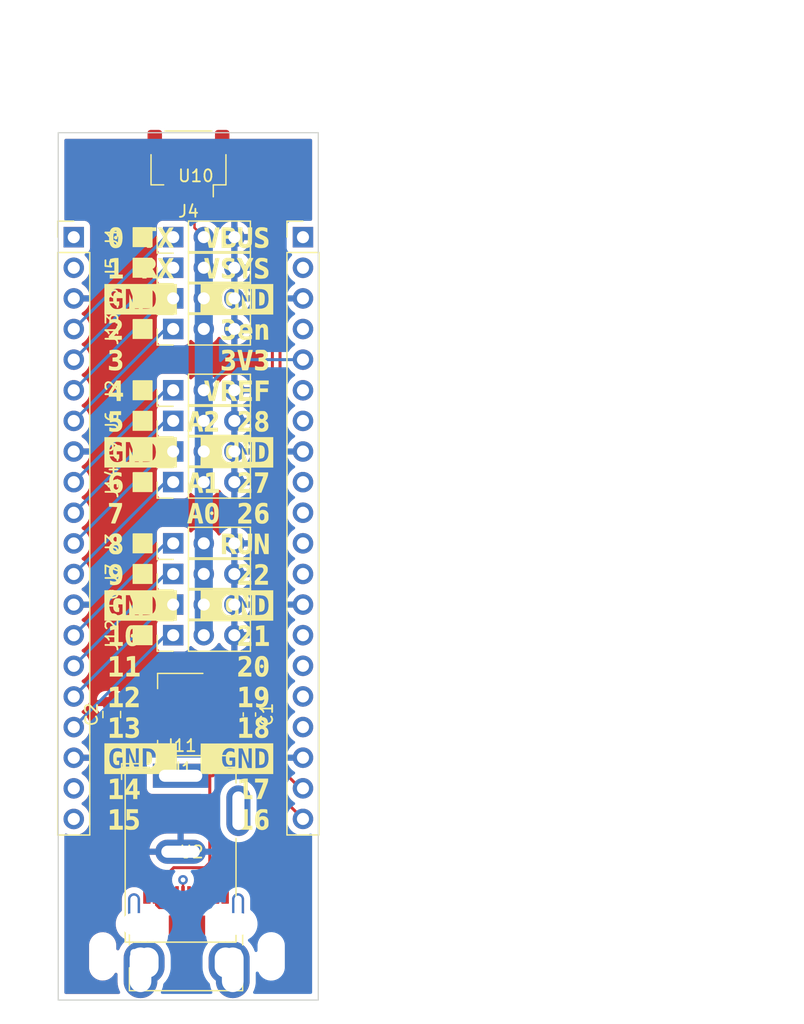
<source format=kicad_pcb>
(kicad_pcb (version 20221018) (generator pcbnew)
  (layers (0 "F.Cu" signal) (31 "B.Cu" signal) (34 "B.Paste" user) (35 "F.Paste" user) (36 "B.SilkS" user "B.Silkscreen") (37 "F.SilkS" user "F.Silkscreen") (38 "B.Mask" user) (39 "F.Mask" user) (44 "Edge.Cuts" user))
  (net 0 "")
  (net 1 "VOUT")
  (net 2 "GPIO02")
  (net 3 "GND")
  (net 4 "GPIO06")
  (net 5 "GPIO10")
  (net 6 "GPIO20")
  (net 7 "GPIO21")
  (net 8 "GPIO03")
  (net 9 "GPIO07")
  (net 10 "GPIO11")
  (net 11 "GPIO04")
  (net 12 "GPIO08")
  (net 13 "GPIO12")
  (net 14 "VIN")
  (net 16 "GPIO13")
  (net 17 "GPIO05")
  (net 18 "GPIO09")
  (net 19 "GPIO00")
  (net 20 "GPIO01")
  (net 21 "GPIO14")
  (net 22 "GPIO15")
  (net 23 "GPIO16")
  (net 24 "GPIO17")
  (net 25 "GPIO18")
  (net 26 "GPIO19")
  (net 27 "GPIO22")
  (net 28 "RUN")
  (net 29 "A0")
  (net 30 "A1")
  (net 31 "A2")
  (net 32 "VREF")
  (net 33 "3EN")
  (net 34 "VSYS")
  (net 35 "VBUS")
  (net 36 "Net-(U2-Pad2)")
  (net 37 "Net-(U2-Pad3)")
  (net 39 "Net-(U2-Pad6)")
  (footprint "oomlout_OOMP_modules:MODULE-CONN-OOBB-BA-01" (layer "F.Cu") (at 140.355 88.035 90)
    (fp_text reference "J14" (at 0 -5.08 90) (layer "F.SilkS"))
    (fp_text value "MODULE-CONN-OOBB-BA-01")
    (pad "1" thru_hole rect (at 0 0 90) (size 1.7 1.7) (drill 1) (layers "*.Cu" "*.Mask") (net 18 "GPIO09"))
    (pad "2" thru_hole oval (at 0 2.54 90) (size 1.7 1.7) (drill 1) (layers "*.Cu" "*.Mask") (net 1 "VOUT"))
    (pad "3" thru_hole oval (at 0 5.08 90) (size 1.7 1.7) (drill 1) (layers "*.Cu" "*.Mask") (net 3 "GND"))
  )
  (footprint "Connector_BarrelJack:BarrelJack_GCT_DCJ200-10-A_Horizontal" (layer "F.Cu") (at 140.97 112.395)
    (fp_text reference "J11" (at 0 -2.5) (layer "F.SilkS"))
    (fp_text value "Barrel_Jack_Switch")
    (pad "1" thru_hole rect (at 0 0) (size 4.6 2) (drill oval 3.6 1) (layers "*.Cu" "*.Mask") (net 14 "VIN"))
    (pad "2" thru_hole oval (at 0 6.3) (size 4.2 2) (drill oval 3.2 1) (layers "*.Cu" "*.Mask") (net 3 "GND"))
    (pad "3" thru_hole oval (at 4.8 2.9) (size 2 4.2) (drill oval 1 3.2) (layers "*.Cu" "*.Mask"))
  )
  (footprint "Connector_JST:JST_SH_SM04B-SRSS-TB_1x04-1MP_P1.00mm_Horizontal" (layer "F.Cu") (at 141.625 61.595 180)
    (fp_text reference "J4" (at 0 -3.98) (layer "F.SilkS"))
    (fp_text value "HEAD-JSTSH-X-PI04-RS oom.lt/HSHR4")
    (pad "1" smd roundrect (at -1.5 -2 180) (size 0.6 1.55) (layers "F.Cu" "F.Paste" "F.Mask") (net 3 "GND"))
    (pad "2" smd roundrect (at -0.5 -2 180) (size 0.6 1.55) (layers "F.Cu" "F.Paste" "F.Mask") (net 1 "VOUT"))
    (pad "3" smd roundrect (at 0.5 -2 180) (size 0.6 1.55) (layers "F.Cu" "F.Paste" "F.Mask") (net 23 "GPIO16"))
    (pad "4" smd roundrect (at 1.5 -2 180) (size 0.6 1.55) (layers "F.Cu" "F.Paste" "F.Mask") (net 24 "GPIO17"))
    (pad "MP" smd roundrect (at -2.8 1.875 180) (size 1.2 1.8) (layers "F.Cu" "F.Paste" "F.Mask") (roundrect_rratio 0.2083333333) (net 3 "GND"))
    (pad "MP" smd roundrect (at 2.8 1.875 180) (size 1.2 1.8) (layers "F.Cu" "F.Paste" "F.Mask") (roundrect_rratio 0.2083333333) (net 3 "GND"))
  )
  (footprint "Package_TO_SOT_SMD:SOT-223-3_TabPin2" (layer "F.Cu") (at 140.97 107.315 180)
    (fp_text reference "U1" (at 0 -4.5) (layer "F.SilkS"))
    (fp_text value "LD1117S33TR_SOT223")
    (pad "1" smd rect (at -3.15 -2.3 180) (size 2 1.5) (layers "F.Cu" "F.Paste" "F.Mask") (net 3 "GND"))
    (pad "2" smd rect (at -3.15 0 180) (size 2 1.5) (layers "F.Cu" "F.Paste" "F.Mask") (net 1 "VOUT"))
    (pad "2" smd rect (at 3.15 0 180) (size 2 3.8) (layers "F.Cu" "F.Paste" "F.Mask") (net 1 "VOUT"))
    (pad "3" smd rect (at -3.15 2.3 180) (size 2 1.5) (layers "F.Cu" "F.Paste" "F.Mask") (net 14 "VIN"))
  )
  (footprint "oomlout_OOMP_modules:MODULE-CONN-OOBB-BA-01" (layer "F.Cu") (at 140.355 100.735 90)
    (fp_text reference "J12" (at 0 -5.08 90) (layer "F.SilkS"))
    (fp_text value "MODULE-CONN-OOBB-BA-01")
    (pad "1" thru_hole rect (at 0 0 90) (size 1.7 1.7) (drill 1) (layers "*.Cu" "*.Mask") (net 16 "GPIO13"))
    (pad "2" thru_hole oval (at 0 2.54 90) (size 1.7 1.7) (drill 1) (layers "*.Cu" "*.Mask") (net 1 "VOUT"))
    (pad "3" thru_hole oval (at 0 5.08 90) (size 1.7 1.7) (drill 1) (layers "*.Cu" "*.Mask") (net 3 "GND"))
  )
  (footprint "oomlout_OOMP_modules:MODULE-CONN-RASP-PICO-2040" (layer "F.Cu") (at 132.08 67.715)
    (fp_text reference "U10" (at 10.16 -5.08 unlocked) (layer "F.SilkS"))
    (fp_text value "MODULE-CONN-RASP-PICO-2040")
    (pad "1" thru_hole rect (at 0.02 0.005) (size 1.7 1.7) (drill 1) (layers "*.Cu" "*.Mask") (net 19 "GPIO00"))
    (pad "2" thru_hole oval (at 0.02 2.545) (size 1.7 1.7) (drill 1) (layers "*.Cu" "*.Mask") (net 20 "GPIO01"))
    (pad "3" thru_hole oval (at 0.02 5.085) (size 1.7 1.7) (drill 1) (layers "*.Cu" "*.Mask") (net 3 "GND"))
    (pad "4" thru_hole oval (at 0.02 7.625) (size 1.7 1.7) (drill 1) (layers "*.Cu" "*.Mask") (net 2 "GPIO02"))
    (pad "5" thru_hole oval (at 0.02 10.165) (size 1.7 1.7) (drill 1) (layers "*.Cu" "*.Mask") (net 8 "GPIO03"))
    (pad "6" thru_hole oval (at 0.02 12.705) (size 1.7 1.7) (drill 1) (layers "*.Cu" "*.Mask") (net 11 "GPIO04"))
    (pad "7" thru_hole oval (at 0.02 15.245) (size 1.7 1.7) (drill 1) (layers "*.Cu" "*.Mask") (net 17 "GPIO05"))
    (pad "8" thru_hole oval (at 0.02 17.785) (size 1.7 1.7) (drill 1) (layers "*.Cu" "*.Mask") (net 3 "GND"))
    (pad "9" thru_hole oval (at 0.02 20.325) (size 1.7 1.7) (drill 1) (layers "*.Cu" "*.Mask") (net 4 "GPIO06"))
    (pad "10" thru_hole oval (at 0.02 22.865) (size 1.7 1.7) (drill 1) (layers "*.Cu" "*.Mask") (net 9 "GPIO07"))
    (pad "11" thru_hole oval (at 0.02 25.405) (size 1.7 1.7) (drill 1) (layers "*.Cu" "*.Mask") (net 12 "GPIO08"))
    (pad "12" thru_hole oval (at 0.02 27.945) (size 1.7 1.7) (drill 1) (layers "*.Cu" "*.Mask") (net 18 "GPIO09"))
    (pad "13" thru_hole oval (at 0.02 30.485) (size 1.7 1.7) (drill 1) (layers "*.Cu" "*.Mask") (net 3 "GND"))
    (pad "14" thru_hole oval (at 0.02 33.025) (size 1.7 1.7) (drill 1) (layers "*.Cu" "*.Mask") (net 5 "GPIO10"))
    (pad "15" thru_hole oval (at 0.02 35.565) (size 1.7 1.7) (drill 1) (layers "*.Cu" "*.Mask") (net 10 "GPIO11"))
    (pad "16" thru_hole oval (at 0.02 38.105) (size 1.7 1.7) (drill 1) (layers "*.Cu" "*.Mask") (net 13 "GPIO12"))
    (pad "17" thru_hole oval (at 0.02 40.645) (size 1.7 1.7) (drill 1) (layers "*.Cu" "*.Mask") (net 16 "GPIO13"))
    (pad "18" thru_hole oval (at 0.02 43.185) (size 1.7 1.7) (drill 1) (layers "*.Cu" "*.Mask") (net 3 "GND"))
    (pad "19" thru_hole oval (at 0.02 45.725) (size 1.7 1.7) (drill 1) (layers "*.Cu" "*.Mask") (net 21 "GPIO14"))
    (pad "20" thru_hole oval (at 0.02 48.265) (size 1.7 1.7) (drill 1) (layers "*.Cu" "*.Mask") (net 22 "GPIO15"))
    (pad "21" thru_hole oval (at 19.05 48.26) (size 1.7 1.7) (drill 1) (layers "*.Cu" "*.Mask") (net 23 "GPIO16"))
    (pad "22" thru_hole oval (at 19.05 45.72) (size 1.7 1.7) (drill 1) (layers "*.Cu" "*.Mask") (net 24 "GPIO17"))
    (pad "23" thru_hole oval (at 19.05 43.18) (size 1.7 1.7) (drill 1) (layers "*.Cu" "*.Mask") (net 3 "GND"))
    (pad "24" thru_hole oval (at 19.05 40.64) (size 1.7 1.7) (drill 1) (layers "*.Cu" "*.Mask") (net 25 "GPIO18"))
    (pad "25" thru_hole oval (at 19.05 38.1) (size 1.7 1.7) (drill 1) (layers "*.Cu" "*.Mask") (net 26 "GPIO19"))
    (pad "26" thru_hole oval (at 19.05 35.56) (size 1.7 1.7) (drill 1) (layers "*.Cu" "*.Mask") (net 6 "GPIO20"))
    (pad "27" thru_hole oval (at 19.05 33.02) (size 1.7 1.7) (drill 1) (layers "*.Cu" "*.Mask") (net 7 "GPIO21"))
    (pad "28" thru_hole oval (at 19.05 30.48) (size 1.7 1.7) (drill 1) (layers "*.Cu" "*.Mask") (net 3 "GND"))
    (pad "29" thru_hole oval (at 19.05 27.94) (size 1.7 1.7) (drill 1) (layers "*.Cu" "*.Mask") (net 27 "GPIO22"))
    (pad "30" thru_hole oval (at 19.05 25.4) (size 1.7 1.7) (drill 1) (layers "*.Cu" "*.Mask") (net 28 "RUN"))
    (pad "31" thru_hole oval (at 19.05 22.86) (size 1.7 1.7) (drill 1) (layers "*.Cu" "*.Mask") (net 29 "A0"))
    (pad "32" thru_hole oval (at 19.05 20.325) (size 1.7 1.7) (drill 1) (layers "*.Cu" "*.Mask") (net 30 "A1"))
    (pad "33" thru_hole oval (at 19.05 17.785) (size 1.7 1.7) (drill 1) (layers "*.Cu" "*.Mask") (net 3 "GND"))
    (pad "34" thru_hole oval (at 19.05 15.245) (size 1.7 1.7) (drill 1) (layers "*.Cu" "*.Mask") (net 31 "A2"))
    (pad "35" thru_hole oval (at 19.05 12.705) (size 1.7 1.7) (drill 1) (layers "*.Cu" "*.Mask") (net 32 "VREF"))
    (pad "36" thru_hole oval (at 19.05 10.165) (size 1.7 1.7) (drill 1) (layers "*.Cu" "*.Mask") (net 1 "VOUT"))
    (pad "37" thru_hole oval (at 19.05 7.625) (size 1.7 1.7) (drill 1) (layers "*.Cu" "*.Mask") (net 33 "3EN"))
    (pad "38" thru_hole oval (at 19.05 5.085) (size 1.7 1.7) (drill 1) (layers "*.Cu" "*.Mask") (net 3 "GND"))
    (pad "39" thru_hole oval (at 19.05 2.545) (size 1.7 1.7) (drill 1) (layers "*.Cu" "*.Mask") (net 34 "VSYS"))
    (pad "40" thru_hole rect (at 19.05 0.005) (size 1.7 1.7) (drill 1) (layers "*.Cu" "*.Mask") (net 35 "VBUS"))
  )
  (footprint "oomlout_OOMP_modules:MODULE-CONN-OOBB-BA-01" (layer "F.Cu") (at 140.355 82.955 90)
    (fp_text reference "J6" (at 0 -5.08 90) (layer "F.SilkS"))
    (fp_text value "MODULE-CONN-OOBB-BA-01")
    (pad "1" thru_hole rect (at 0 0 90) (size 1.7 1.7) (drill 1) (layers "*.Cu" "*.Mask") (net 9 "GPIO07"))
    (pad "2" thru_hole oval (at 0 2.54 90) (size 1.7 1.7) (drill 1) (layers "*.Cu" "*.Mask") (net 1 "VOUT"))
    (pad "3" thru_hole oval (at 0 5.08 90) (size 1.7 1.7) (drill 1) (layers "*.Cu" "*.Mask") (net 3 "GND"))
  )
  (footprint "oomlout_OOMP_modules:MODULE-CONN-OOBB-BA-01" (layer "F.Cu") (at 140.355 93.115 90)
    (fp_text reference "J3" (at 0 -5.08 90) (layer "F.SilkS"))
    (fp_text value "MODULE-CONN-OOBB-BA-01")
    (pad "1" thru_hole rect (at 0 0 90) (size 1.7 1.7) (drill 1) (layers "*.Cu" "*.Mask") (net 5 "GPIO10"))
    (pad "2" thru_hole oval (at 0 2.54 90) (size 1.7 1.7) (drill 1) (layers "*.Cu" "*.Mask") (net 1 "VOUT"))
    (pad "3" thru_hole oval (at 0 5.08 90) (size 1.7 1.7) (drill 1) (layers "*.Cu" "*.Mask") (net 3 "GND"))
  )
  (footprint "oomlout_OOMP_modules:MODULE-CONN-OOBB-BA-01" (layer "F.Cu") (at 140.355 67.715 90)
    (fp_text reference "J1" (at 0 -5.08 90) (layer "F.SilkS"))
    (fp_text value "MODULE-CONN-OOBB-BA-01")
    (pad "1" thru_hole rect (at 0 0 90) (size 1.7 1.7) (drill 1) (layers "*.Cu" "*.Mask") (net 2 "GPIO02"))
    (pad "2" thru_hole oval (at 0 2.54 90) (size 1.7 1.7) (drill 1) (layers "*.Cu" "*.Mask") (net 1 "VOUT"))
    (pad "3" thru_hole oval (at 0 5.08 90) (size 1.7 1.7) (drill 1) (layers "*.Cu" "*.Mask") (net 3 "GND"))
  )
  (footprint "oomlout_OOMP_modules:MODULE-CONN-OOBB-BA-01" (layer "F.Cu") (at 140.355 85.495 90)
    (fp_text reference "J9" (at 0 -5.08 90) (layer "F.SilkS"))
    (fp_text value "MODULE-CONN-OOBB-BA-01")
    (pad "1" thru_hole rect (at 0 0 90) (size 1.7 1.7) (drill 1) (layers "*.Cu" "*.Mask") (net 12 "GPIO08"))
    (pad "2" thru_hole oval (at 0 2.54 90) (size 1.7 1.7) (drill 1) (layers "*.Cu" "*.Mask") (net 1 "VOUT"))
    (pad "3" thru_hole oval (at 0 5.08 90) (size 1.7 1.7) (drill 1) (layers "*.Cu" "*.Mask") (net 3 "GND"))
  )
  (footprint "oomlout_OOMP_modules:MODULE-CONN-USB-MEGA-01" (layer "F.Cu") (at 140 124)
    (fp_text reference "U2" (at 1.88 -5.28 unlocked) (layer "F.SilkS"))
    (fp_text value "MODULE-CONN-USB-MEGA-01")
    (pad "" np_thru_hole oval (at -5.5 3.375) (size 1.25 3) (drill oval 1.25 3) (layers "F&B.Cu" "*.Mask"))
    (pad "" np_thru_hole oval (at -2.061 0.688) (size 3.7 1.8) (drill oval 3.7 1.8) (layers "F&B.Cu" "*.Mask"))
    (pad "" np_thru_hole circle (at -1.47 -0.28) (size 0.65 0.65) (drill 0.65) (layers "*.Cu" "*.Mask"))
    (pad "" np_thru_hole oval (at -0.99 1.73) (size 0.8 0.8) (drill 0.8) (layers "*.Cu" "*.Mask"))
    (pad "" np_thru_hole oval (at 4.01 1.73) (size 0.8 0.8) (drill 0.8) (layers "*.Cu" "*.Mask"))
    (pad "" np_thru_hole circle (at 4.31 -0.28) (size 0.65 0.65) (drill 0.65) (layers "*.Cu" "*.Mask"))
    (pad "" np_thru_hole oval (at 5 0.688) (size 3.7 1.8) (drill oval 3.7 1.8) (layers "F&B.Cu" "*.Mask"))
    (pad "" np_thru_hole oval (at 8.49 3.375) (size 1.25 3) (drill oval 1.25 3) (layers "F&B.Cu" "*.Mask"))
    (pad "1" smd rect (at 0.1878 0.82 90) (size 1.65 0.4) (layers "F.Cu" "F.Paste" "F.Mask") (net 14 "VIN"))
    (pad "2" smd rect (at 0.85 0.82 90) (size 1.65 0.4) (layers "F.Cu" "F.Paste" "F.Mask") (net 36 "Net-(U2-Pad2)"))
    (pad "3" smd rect (at 1.5 0.82 90) (size 1.65 0.4) (layers "F.Cu" "F.Paste" "F.Mask") (net 37 "Net-(U2-Pad3)"))
    (pad "4" smd rect (at 2.15 0.82 90) (size 1.65 0.4) (layers "F.Cu" "F.Paste" "F.Mask"))
    (pad "5" smd rect (at 2.8 0.82 90) (size 1.65 0.4) (layers "F.Cu" "F.Paste" "F.Mask") (net 3 "GND"))
    (pad "5" smd rect (at 2.8 0.82 90) (size 1.65 0.4) (layers "F.Cu" "F.Paste" "F.Mask") (net 3 "GND"))
    (pad "6" thru_hole oval (at -2.36 4.488) (size 2.8 4.7) (drill oval 1.8 3.7) (layers "*.Cu" "*.Mask") (net 39 "Net-(U2-Pad6)"))
    (pad "6" thru_hole oval (at -1.76 3.888) (size 2.8 3.5) (drill oval 1.8 2.5) (layers "*.Cu" "*.Mask") (net 39 "Net-(U2-Pad6)"))
    (pad "6" thru_hole oval (at 4.7 3.888) (size 2.8 3.5) (drill oval 1.8 2.5) (layers "*.Cu" "*.Mask") (net 39 "Net-(U2-Pad6)"))
    (pad "6" thru_hole oval (at 5.3 4.488) (size 2.8 4.7) (drill oval 1.8 3.7) (layers "*.Cu" "*.Mask") (net 39 "Net-(U2-Pad6)"))
    (pad "A1" smd rect (at -1.83 -1.725) (size 0.6 1.45) (layers "F.Cu" "F.Paste" "F.Mask") (net 3 "GND"))
    (pad "A4" smd rect (at -1.03 -1.725) (size 0.6 1.45) (layers "F.Cu" "F.Paste" "F.Mask") (net 14 "VIN"))
    (pad "A5" smd rect (at 0.17 -1.725) (size 0.3 1.45) (layers "F.Cu" "F.Paste" "F.Mask"))
    (pad "A6" smd rect (at 1.17 -1.725) (size 0.3 1.45) (layers "F.Cu" "F.Paste" "F.Mask") (net 37 "Net-(U2-Pad3)"))
    (pad "A7" smd rect (at 1.67 -1.725) (size 0.3 1.45) (layers "F.Cu" "F.Paste" "F.Mask") (net 36 "Net-(U2-Pad2)"))
    (pad "A8" smd rect (at 2.67 -1.725) (size 0.3 1.45) (layers "F.Cu" "F.Paste" "F.Mask"))
    (pad "A9" smd rect (at 3.87 -1.725) (size 0.6 1.45) (layers "F.Cu" "F.Paste" "F.Mask") (net 14 "VIN"))
    (pad "A12" smd rect (at 4.67 -1.725) (size 0.6 1.45) (layers "F.Cu" "F.Paste" "F.Mask") (net 3 "GND"))
    (pad "B1" smd rect (at 4.67 -1.725) (size 0.6 1.45) (layers "F.Cu" "F.Paste" "F.Mask") (net 3 "GND"))
    (pad "B4" smd rect (at 3.87 -1.725) (size 0.6 1.45) (layers "F.Cu" "F.Paste" "F.Mask") (net 14 "VIN"))
    (pad "B5" smd rect (at 3.17 -1.725) (size 0.3 1.45) (layers "F.Cu" "F.Paste" "F.Mask"))
    (pad "B6" smd rect (at 2.17 -1.725) (size 0.3 1.45) (layers "F.Cu" "F.Paste" "F.Mask"))
    (pad "B7" smd rect (at 0.67 -1.725) (size 0.3 1.45) (layers "F.Cu" "F.Paste" "F.Mask"))
    (pad "B8" smd rect (at -0.33 -1.725) (size 0.3 1.45) (layers "F.Cu" "F.Paste" "F.Mask"))
    (pad "B9" smd rect (at -1.03 -1.725) (size 0.6 1.45) (layers "F.Cu" "F.Paste" "F.Mask") (net 14 "VIN"))
    (pad "B12" smd rect (at -1.83 -1.725) (size 0.6 1.45) (layers "F.Cu" "F.Paste" "F.Mask") (net 3 "GND"))
    (pad "S1" thru_hole oval (at -2.9 -0.81) (size 1 2.1) (drill oval 0.6 1.7) (layers "*.Cu" "*.Mask") (net 39 "Net-(U2-Pad6)"))
    (pad "S1" thru_hole oval (at -2.9 3.37) (size 1 1.6) (drill oval 0.6 1.2) (layers "*.Cu" "*.Mask") (net 39 "Net-(U2-Pad6)"))
    (pad "S1" thru_hole oval (at 5.74 -0.81) (size 1 2.1) (drill oval 0.6 1.7) (layers "*.Cu" "*.Mask") (net 39 "Net-(U2-Pad6)"))
    (pad "S1" thru_hole oval (at 5.74 3.37) (size 1 1.6) (drill oval 0.6 1.2) (layers "*.Cu" "*.Mask") (net 39 "Net-(U2-Pad6)"))
  )
  (footprint "oomlout_OOMP_modules:MODULE-CONN-OOBB-BA-01" (layer "F.Cu") (at 140.355 98.195 90)
    (fp_text reference "J10" (at 0 -5.08 90) (layer "F.SilkS"))
    (fp_text value "MODULE-CONN-OOBB-BA-01")
    (pad "1" thru_hole rect (at 0 0 90) (size 1.7 1.7) (drill 1) (layers "*.Cu" "*.Mask") (net 13 "GPIO12"))
    (pad "2" thru_hole oval (at 0 2.54 90) (size 1.7 1.7) (drill 1) (layers "*.Cu" "*.Mask") (net 1 "VOUT"))
    (pad "3" thru_hole oval (at 0 5.08 90) (size 1.7 1.7) (drill 1) (layers "*.Cu" "*.Mask") (net 3 "GND"))
  )
  (footprint "oomlout_OOMP_modules:MODULE-CONN-OOBB-BA-01" (layer "F.Cu") (at 140.355 95.655 90)
    (fp_text reference "J7" (at 0 -5.08 90) (layer "F.SilkS"))
    (fp_text value "MODULE-CONN-OOBB-BA-01")
    (pad "1" thru_hole rect (at 0 0 90) (size 1.7 1.7) (drill 1) (layers "*.Cu" "*.Mask") (net 10 "GPIO11"))
    (pad "2" thru_hole oval (at 0 2.54 90) (size 1.7 1.7) (drill 1) (layers "*.Cu" "*.Mask") (net 1 "VOUT"))
    (pad "3" thru_hole oval (at 0 5.08 90) (size 1.7 1.7) (drill 1) (layers "*.Cu" "*.Mask") (net 3 "GND"))
  )
  (footprint "Capacitor_SMD:C_0603_1608Metric" (layer "F.Cu") (at 146.685 107.315 -90)
    (fp_text reference "C1" (at 0 -1.43 90) (layer "F.SilkS"))
    (fp_text value "CAPC-0603-X-NF100-V50")
    (pad "1" smd roundrect (at -0.775 0 270) (size 0.9 0.95) (layers "F.Cu" "F.Paste" "F.Mask") (net 14 "VIN"))
    (pad "2" smd roundrect (at 0.775 0 270) (size 0.9 0.95) (layers "F.Cu" "F.Paste" "F.Mask") (net 3 "GND"))
  )
  (footprint "Capacitor_SMD:C_0805_2012Metric" (layer "F.Cu") (at 135.255 107.315 90)
    (fp_text reference "C2" (at 0 -1.68 90) (layer "F.SilkS"))
    (fp_text value "CAPC-0805-X-UF10-V10")
    (pad "1" smd roundrect (at -0.95 0 90) (size 1 1.45) (layers "F.Cu" "F.Paste" "F.Mask") (net 1 "VOUT"))
    (pad "2" smd roundrect (at 0.95 0 90) (size 1 1.45) (layers "F.Cu" "F.Paste" "F.Mask") (net 3 "GND"))
  )
  (footprint "oomlout_OOMP_modules:MODULE-CONN-OOBB-BA-01" (layer "F.Cu") (at 140.355 70.255 90)
    (fp_text reference "J5" (at 0 -5.08 90) (layer "F.SilkS"))
    (fp_text value "MODULE-CONN-OOBB-BA-01")
    (pad "1" thru_hole rect (at 0 0 90) (size 1.7 1.7) (drill 1) (layers "*.Cu" "*.Mask") (net 8 "GPIO03"))
    (pad "2" thru_hole oval (at 0 2.54 90) (size 1.7 1.7) (drill 1) (layers "*.Cu" "*.Mask") (net 1 "VOUT"))
    (pad "3" thru_hole oval (at 0 5.08 90) (size 1.7 1.7) (drill 1) (layers "*.Cu" "*.Mask") (net 3 "GND"))
  )
  (footprint "oomlout_OOMP_modules:MODULE-CONN-OOBB-BA-01" (layer "F.Cu") (at 140.355 72.795 90)
    (fp_text reference "J8" (at 0 -5.08 90) (layer "F.SilkS"))
    (fp_text value "MODULE-CONN-OOBB-BA-01")
    (pad "1" thru_hole rect (at 0 0 90) (size 1.7 1.7) (drill 1) (layers "*.Cu" "*.Mask") (net 11 "GPIO04"))
    (pad "2" thru_hole oval (at 0 2.54 90) (size 1.7 1.7) (drill 1) (layers "*.Cu" "*.Mask") (net 1 "VOUT"))
    (pad "3" thru_hole oval (at 0 5.08 90) (size 1.7 1.7) (drill 1) (layers "*.Cu" "*.Mask") (net 3 "GND"))
  )
  (footprint "oomlout_OOMP_modules:MODULE-CONN-OOBB-BA-01" (layer "F.Cu") (at 140.355 80.415 90)
    (fp_text reference "J2" (at 0 -5.08 90) (layer "F.SilkS"))
    (fp_text value "MODULE-CONN-OOBB-BA-01")
    (pad "1" thru_hole rect (at 0 0 90) (size 1.7 1.7) (drill 1) (layers "*.Cu" "*.Mask") (net 4 "GPIO06"))
    (pad "2" thru_hole oval (at 0 2.54 90) (size 1.7 1.7) (drill 1) (layers "*.Cu" "*.Mask") (net 1 "VOUT"))
    (pad "3" thru_hole oval (at 0 5.08 90) (size 1.7 1.7) (drill 1) (layers "*.Cu" "*.Mask") (net 3 "GND"))
  )
  (footprint "oomlout_OOMP_modules:MODULE-CONN-OOBB-BA-01" (layer "F.Cu") (at 140.355 75.335 90)
    (fp_text reference "J13" (at 0 -5.08 90) (layer "F.SilkS"))
    (fp_text value "MODULE-CONN-OOBB-BA-01")
    (pad "1" thru_hole rect (at 0 0 90) (size 1.7 1.7) (drill 1) (layers "*.Cu" "*.Mask") (net 17 "GPIO05"))
    (pad "2" thru_hole oval (at 0 2.54 90) (size 1.7 1.7) (drill 1) (layers "*.Cu" "*.Mask") (net 1 "VOUT"))
    (pad "3" thru_hole oval (at 0 5.08 90) (size 1.7 1.7) (drill 1) (layers "*.Cu" "*.Mask") (net 3 "GND"))
  )
  (gr_line (start 152.4 131) (end 130.81 131) (stroke (width 0.1)) (layer "Edge.Cuts"))
  (gr_line (start 152.4 69.215) (end 152.4 131) (stroke (width 0.1)) (layer "Edge.Cuts"))
  (gr_line (start 130.81 59.055) (end 152.4 59.055) (stroke (width 0.1)) (layer "Edge.Cuts"))
  (gr_line (start 130.81 131) (end 130.81 66.675) (stroke (width 0.1)) (layer "Edge.Cuts"))
  (gr_line (start 130.81 66.675) (end 130.81 59.055) (stroke (width 0.1)) (layer "Edge.Cuts"))
  (gr_line (start 152.4 59.055) (end 152.4 69.215) (stroke (width 0.1)) (layer "Edge.Cuts"))
  (segment (start 142.895 67.715) (end 142.125 66.945) (width 0.2) (layer "F.Cu") (net 1))
  (segment (start 137.82 107.315) (end 144.12 107.315) (width 0.25) (layer "F.Cu") (net 1))
  (segment (start 142.125 66.945) (end 142.125 63.595) (width 0.2) (layer "F.Cu") (net 1))
  (segment (start 136.205 107.315) (end 137.82 107.315) (width 0.25) (layer "F.Cu") (net 1))
  (segment (start 135.255 108.265) (end 136.205 107.315) (width 0.25) (layer "F.Cu") (net 1))
  (segment (start 151.13 77.88) (end 145.43 77.88) (width 0.25) (layer "B.Cu") (net 1))
  (segment (start 142.895 100.735) (end 142.895 67.715) (width 1.5) (layer "B.Cu") (net 1))
  (segment (start 145.43 77.88) (end 142.895 80.415) (width 0.25) (layer "B.Cu") (net 1))
  (segment (start 139.725 67.715) (end 140.355 67.715) (width 0.25) (layer "B.Cu") (net 2))
  (segment (start 132.1 75.34) (end 139.725 67.715) (width 0.25) (layer "B.Cu") (net 2))
  (segment (start 138.17 122.275) (end 138.17 121.495) (width 0.25) (layer "F.Cu") (net 3))
  (segment (start 134.20548 107.41452) (end 134.20548 108.80548) (width 0.25) (layer "F.Cu") (net 3))
  (segment (start 134.20548 108.80548) (end 135.015 109.615) (width 0.25) (layer "F.Cu") (net 3))
  (segment (start 135.015 109.615) (end 144.12 109.615) (width 0.25) (layer "F.Cu") (net 3))
  (segment (start 145.645 108.09) (end 144.12 109.615) (width 0.25) (layer "F.Cu") (net 3))
  (segment (start 146.685 108.09) (end 145.645 108.09) (width 0.25) (layer "F.Cu") (net 3))
  (segment (start 135.255 106.365) (end 134.20548 107.41452) (width 0.25) (layer "F.Cu") (net 3))
  (segment (start 139.725 80.415) (end 140.355 80.415) (width 0.25) (layer "B.Cu") (net 4))
  (segment (start 132.1 88.04) (end 139.725 80.415) (width 0.25) (layer "B.Cu") (net 4))
  (segment (start 132.1 100.74) (end 139.725 93.115) (width 0.25) (layer "B.Cu") (net 5))
  (segment (start 139.725 93.115) (end 140.355 93.115) (width 0.25) (layer "B.Cu") (net 5))
  (segment (start 139.725 70.255) (end 140.355 70.255) (width 0.25) (layer "B.Cu") (net 8))
  (segment (start 132.1 77.88) (end 139.725 70.255) (width 0.25) (layer "B.Cu") (net 8))
  (segment (start 139.725 82.955) (end 140.355 82.955) (width 0.25) (layer "B.Cu") (net 9))
  (segment (start 132.1 90.58) (end 139.725 82.955) (width 0.25) (layer "B.Cu") (net 9))
  (segment (start 139.725 95.655) (end 140.355 95.655) (width 0.25) (layer "B.Cu") (net 10))
  (segment (start 132.1 103.28) (end 139.725 95.655) (width 0.25) (layer "B.Cu") (net 10))
  (segment (start 132.1 80.42) (end 139.725 72.795) (width 0.25) (layer "B.Cu") (net 11))
  (segment (start 139.725 72.795) (end 140.355 72.795) (width 0.25) (layer "B.Cu") (net 11))
  (segment (start 132.1 93.12) (end 139.725 85.495) (width 0.25) (layer "B.Cu") (net 12))
  (segment (start 139.725 85.495) (end 140.355 85.495) (width 0.25) (layer "B.Cu") (net 12))
  (segment (start 132.1 105.82) (end 139.725 98.195) (width 0.25) (layer "B.Cu") (net 13))
  (segment (start 139.725 98.195) (end 140.355 98.195) (width 0.25) (layer "B.Cu") (net 13))
  (segment (start 140.019511 123.324511) (end 139.195489 123.324511) (width 0.25) (layer "F.Cu") (net 14))
  (segment (start 147.48452 108.542618) (end 143.632138 112.395) (width 0.25) (layer "F.Cu") (net 14))
  (segment (start 143.632138 112.395) (end 140.97 112.395) (width 0.25) (layer "F.Cu") (net 14))
  (segment (start 147.48452 107.33952) (end 147.48452 108.542618) (width 0.25) (layer "F.Cu") (net 14))
  (segment (start 139.195489 123.324511) (end 138.97 123.099022) (width 0.25) (layer "F.Cu") (net 14))
  (segment (start 145.16 105.015) (end 146.685 106.54) (width 0.25) (layer "F.Cu") (net 14))
  (segment (start 140.1878 123.4928) (end 140.019511 123.324511) (width 0.25) (layer "F.Cu") (net 14))
  (segment (start 140.401458 120.01952) (end 142.98048 120.01952) (width 0.25) (layer "F.Cu") (net 14))
  (segment (start 143.87 120.90904) (end 142.98048 120.01952) (width 0.25) (layer "F.Cu") (net 14))
  (segment (start 138.97 122.275) (end 138.97 121.450978) (width 0.25) (layer "F.Cu") (net 14))
  (segment (start 138.97 123.099022) (end 138.97 122.275) (width 0.25) (layer "F.Cu") (net 14))
  (segment (start 143.87 122.275) (end 143.87 120.90904) (width 0.25) (layer "F.Cu") (net 14))
  (segment (start 140.1878 124.82) (end 140.1878 123.4928) (width 0.25) (layer "F.Cu") (net 14))
  (segment (start 146.685 106.54) (end 147.48452 107.33952) (width 0.25) (layer "F.Cu") (net 14))
  (segment (start 143.395 119.605) (end 143.395 112.395) (width 0.25) (layer "F.Cu") (net 14))
  (segment (start 144.12 105.015) (end 145.16 105.015) (width 0.25) (layer "F.Cu") (net 14))
  (segment (start 138.97 121.450978) (end 140.401458 120.01952) (width 0.25) (layer "F.Cu") (net 14))
  (segment (start 142.98048 120.01952) (end 143.395 119.605) (width 0.25) (layer "F.Cu") (net 14))
  (segment (start 132.1 108.36) (end 139.725 100.735) (width 0.25) (layer "B.Cu") (net 16))
  (segment (start 139.725 100.735) (end 140.355 100.735) (width 0.25) (layer "B.Cu") (net 16))
  (segment (start 132.1 82.96) (end 139.725 75.335) (width 0.25) (layer "B.Cu") (net 17))
  (segment (start 139.725 75.335) (end 140.355 75.335) (width 0.25) (layer "B.Cu") (net 17))
  (segment (start 132.1 95.66) (end 139.725 88.035) (width 0.25) (layer "B.Cu") (net 18))
  (segment (start 139.725 88.035) (end 140.355 88.035) (width 0.25) (layer "B.Cu") (net 18))
  (segment (start 148.59 66.04) (end 148.59 113.435) (width 0.25) (layer "F.Cu") (net 23))
  (segment (start 141.125 62.075) (end 141.605 61.595) (width 0.25) (layer "F.Cu") (net 23))
  (segment (start 148.59 113.435) (end 151.13 115.975) (width 0.25) (layer "F.Cu") (net 23))
  (segment (start 141.605 61.595) (end 144.145 61.595) (width 0.25) (layer "F.Cu") (net 23))
  (segment (start 141.125 63.595) (end 141.125 62.075) (width 0.25) (layer "F.Cu") (net 23))
  (segment (start 144.145 61.595) (end 148.59 66.04) (width 0.25) (layer "F.Cu") (net 23))
  (segment (start 150.9 113.435) (end 151.13 113.435) (width 0.25) (layer "F.Cu") (net 24))
  (segment (start 149.225 111.76) (end 150.9 113.435) (width 0.25) (layer "F.Cu") (net 24))
  (segment (start 140.125 63.595) (end 140.125 61.805) (width 0.25) (layer "F.Cu") (net 24))
  (segment (start 149.225 65.405) (end 149.225 111.76) (width 0.25) (layer "F.Cu") (net 24))
  (segment (start 144.78 60.96) (end 149.225 65.405) (width 0.25) (layer "F.Cu") (net 24))
  (segment (start 140.97 60.96) (end 144.78 60.96) (width 0.25) (layer "F.Cu") (net 24))
  (segment (start 140.125 61.805) (end 140.97 60.96) (width 0.25) (layer "F.Cu") (net 24))
  (segment (start 140.85 124.82) (end 140.85 123.745) (width 0.25) (layer "F.Cu") (net 36))
  (segment (start 141.67 123.299022) (end 141.67 122.275) (width 0.15) (layer "F.Cu") (net 36))
  (segment (start 141.270489 123.324511) (end 141.644511 123.324511) (width 0.15) (layer "F.Cu") (net 36))
  (segment (start 140.85 123.745) (end 141.270489 123.324511) (width 0.15) (layer "F.Cu") (net 36))
  (segment (start 141.644511 123.324511) (end 141.67 123.299022) (width 0.15) (layer "F.Cu") (net 36))
  (segment (start 141.5 124) (end 142.1 123.4) (width 0.2) (layer "F.Cu") (net 37))
  (segment (start 141.5 124.82) (end 141.5 124) (width 0.2) (layer "F.Cu") (net 37))
  (segment (start 141.2 121) (end 141.17 121.03) (width 0.2) (layer "F.Cu") (net 37))
  (segment (start 141.17 122.275) (end 141.17 121.03) (width 0.2) (layer "F.Cu") (net 37))
  (segment (start 142.1 123.4) (end 142.3 123.4) (width 0.2) (layer "F.Cu") (net 37))
  (via (at 141.17 121.03) (size 0.8) (drill 0.4) (layers "F.Cu" "B.Cu") (net 37))
  (zone (net 3) (net_name "GND") (layers "F&B.Cu") (connect_pads (clearance 0.508)) (min_thickness 0.254) (fill yes (thermal_gap 0.508) (thermal_bridge_width 0.508))
    (polygon (pts (xy 154.94 133) (xy 127 133) (xy 127 57.15) (xy 154.94 57.15)))
  )
)
</source>
